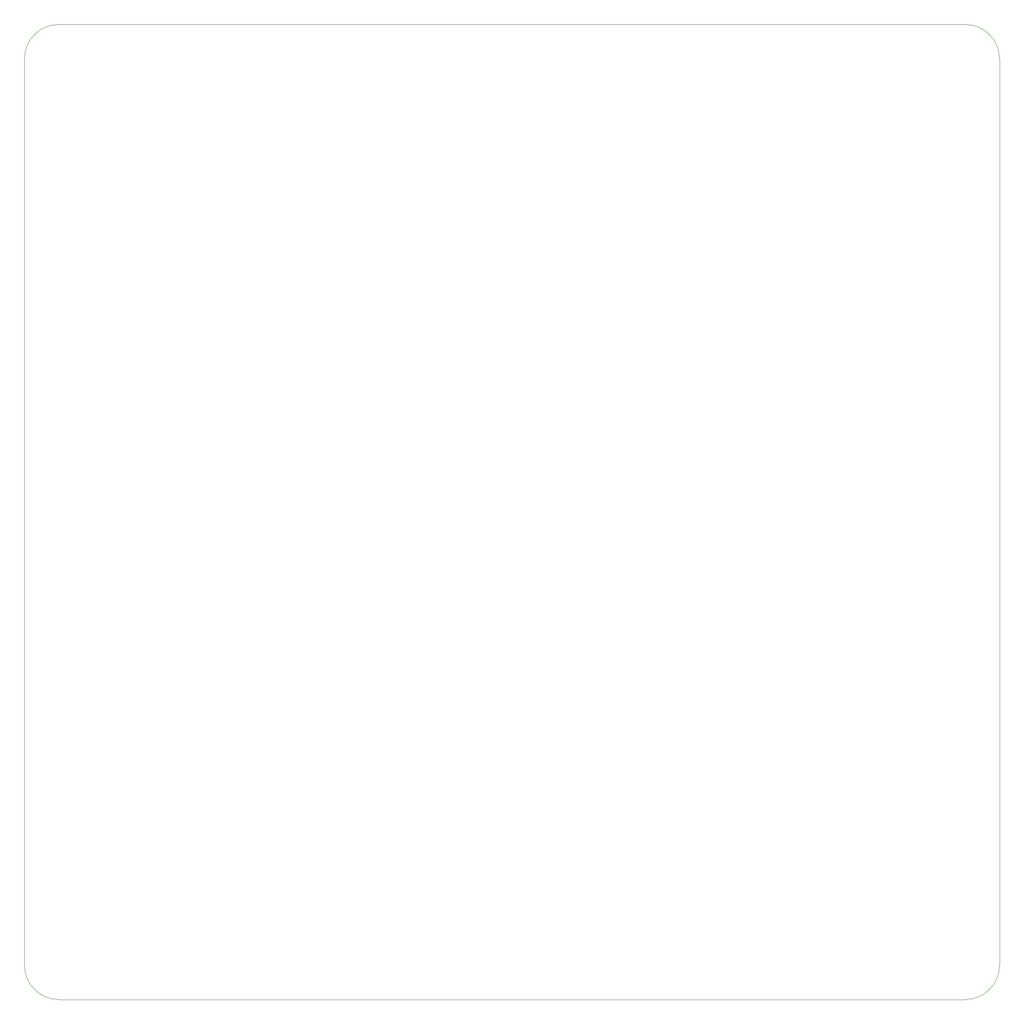
<source format=gbr>
G04 #@! TF.GenerationSoftware,KiCad,Pcbnew,(5.1.7-0-10_14)*
G04 #@! TF.CreationDate,2020-11-21T12:28:25-08:00*
G04 #@! TF.ProjectId,DDR Pad,44445220-5061-4642-9e6b-696361645f70,rev?*
G04 #@! TF.SameCoordinates,Original*
G04 #@! TF.FileFunction,Profile,NP*
%FSLAX46Y46*%
G04 Gerber Fmt 4.6, Leading zero omitted, Abs format (unit mm)*
G04 Created by KiCad (PCBNEW (5.1.7-0-10_14)) date 2020-11-21 12:28:25*
%MOMM*%
%LPD*%
G01*
G04 APERTURE LIST*
G04 #@! TA.AperFunction,Profile*
%ADD10C,0.050000*%
G04 #@! TD*
G04 APERTURE END LIST*
D10*
X7000000Y-200000000D02*
G75*
G02*
X0Y-193000000I0J7000000D01*
G01*
X200000000Y-193000000D02*
G75*
G02*
X193000000Y-200000000I-7000000J0D01*
G01*
X193000000Y0D02*
G75*
G02*
X200000000Y-7000000I0J-7000000D01*
G01*
X0Y-7000000D02*
G75*
G02*
X7000000Y0I7000000J0D01*
G01*
X193000000Y0D02*
X7000000Y0D01*
X200000000Y-193000000D02*
X200000000Y-7000000D01*
X7000000Y-200000000D02*
X193000000Y-200000000D01*
X0Y-7000000D02*
X0Y-193000000D01*
M02*

</source>
